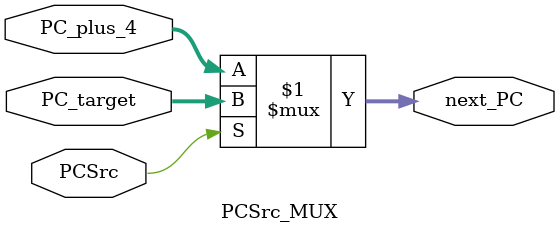
<source format=v>
`timescale 1ns / 1ps

module PCSrc_MUX(PC_plus_4, PC_target, PCSrc, next_PC);
input [31:0] PC_plus_4, PC_target;
input PCSrc;
output [31:0] next_PC;

assign next_PC = PCSrc ? PC_target : PC_plus_4;
endmodule

</source>
